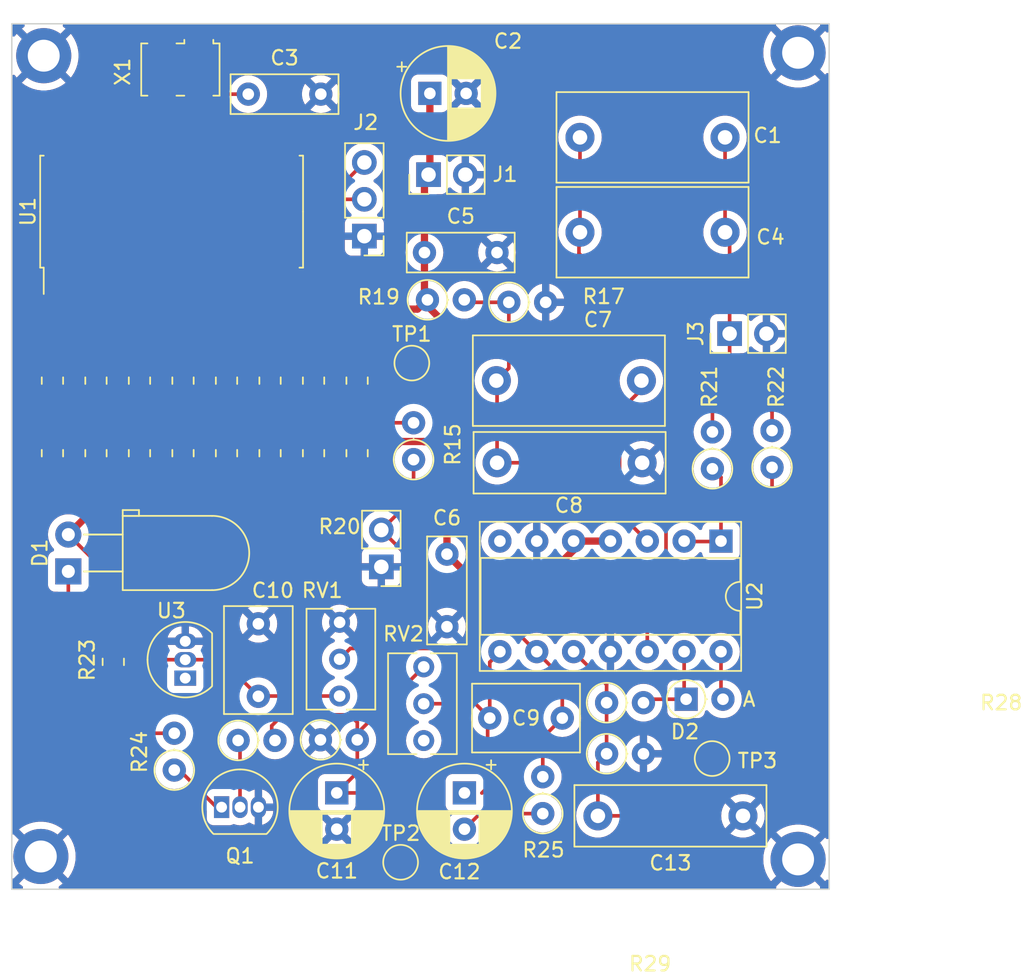
<source format=kicad_pcb>
(kicad_pcb (version 20221018) (generator pcbnew)
  (layers (0 "F.Cu" signal) (31 "B.Cu" signal) (34 "B.Paste" user) (35 "F.Paste" user) (36 "B.SilkS" user "B.Silkscreen") (37 "F.SilkS" user "F.Silkscreen") (38 "B.Mask" user) (39 "F.Mask" user) (44 "Edge.Cuts" user))
  (net 0 "")
  (net 1 "+3V0")
  (net 2 "GND")
  (net 3 "+1V2")
  (net 4 "Net-(D2-K)")
  (net 5 "Net-(D2-A)")
  (net 6 "Net-(J2-Pin_2)")
  (net 7 "Net-(J2-Pin_3)")
  (net 8 "/R-2R DAC/OUT")
  (net 9 "/R-2R DAC/BUS7")
  (net 10 "/R-2R DAC/BUS6")
  (net 11 "Net-(U2A-+)")
  (net 12 "/R-2R DAC/BUS5")
  (net 13 "Net-(R12-Pad2)")
  (net 14 "/R-2R DAC/BUS4")
  (net 15 "Net-(U2C--)")
  (net 16 "/R-2R DAC/BUS3")
  (net 17 "Net-(C12-Pad1)")
  (net 18 "/R-2R DAC/BUS2")
  (net 19 "Net-(C11-Pad1)")
  (net 20 "/R-2R DAC/BUS1")
  (net 21 "Net-(U2C-+)")
  (net 22 "/R-2R DAC/BUS0")
  (net 23 "Net-(R10-Pad2)")
  (net 24 "Net-(R1-Pad2)")
  (net 25 "Net-(R2-Pad1)")
  (net 26 "Net-(R3-Pad2)")
  (net 27 "Net-(R5-Pad1)")
  (net 28 "Net-(R12-Pad1)")
  (net 29 "Net-(U2A--)")
  (net 30 "Net-(U2D-+)")
  (net 38 "Net-(U1-PA0)")
  (net 42 "Net-(Q1-C)")
  (net 43 "Net-(Q1-B)")
  (net 46 "Net-(C12-Pad2)")
  (net 52 "/Filtr Wyjściowy/OUT")
  (net 53 "/Kontrola Amplitiudy/IN")
  (net 54 "/Filtr Wyjściowy/IN")
  (net 55 "/Kontrola Amplitiudy/OUT")
  (footprint "Resistor_THT:R_Axial_DIN0207_L6.3mm_D2.5mm_P2.54mm_Vertical" (layer "F.Cu") (at 126.695 106.245 90)
    (fp_text reference "R15" (at 1.045 2.705 90) (layer "F.SilkS"))
    (fp_text value "5k" hide)
    (pad "1" thru_hole circle (at 0 0 90) (size 1.6 1.6) (drill 0.8) (layers "*.Cu" "*.Mask") (net 54 "/Filtr Wyjściowy/IN"))
    (pad "2" thru_hole oval (at 2.54 0 90) (size 1.6 1.6) (drill 0.8) (layers "*.Cu" "*.Mask") (net 8 "/R-2R DAC/OUT"))
  )
  (footprint "Capacitor_THT:C_Rect_L7.2mm_W4.5mm_P5.00mm_FKS2_FKP2_MKS2_MKP2" (layer "F.Cu") (at 115.995 122.56 90)
    (fp_text reference "C10" (at 7.3 1 180) (layer "F.SilkS"))
    (fp_text value "1u")
    (pad "1" thru_hole circle (at 0 0 90) (size 1.6 1.6) (drill 0.8) (layers "*.Cu" "*.Mask") (net 3 "+1V2"))
    (pad "2" thru_hole circle (at 5 0 90) (size 1.6 1.6) (drill 0.8) (layers "*.Cu" "*.Mask") (net 2 "GND"))
  )
  (footprint "Connector_PinHeader_2.54mm:PinHeader_1x02_P2.54mm_Vertical" (layer "F.Cu") (at 127.725 86.6 90)
    (fp_text reference "J1" (at 0.02 5.275) (layer "F.SilkS"))
    (fp_text value "Zasilanie")
    (pad "1" thru_hole rect (at 0 0 90) (size 1.7 1.7) (drill 1) (layers "*.Cu" "*.Mask") (net 1 "+3V0"))
    (pad "2" thru_hole oval (at 0 2.54 90) (size 1.7 1.7) (drill 1) (layers "*.Cu" "*.Mask") (net 2 "GND"))
  )
  (footprint "Resistor_SMD:R_0805_2012Metric_Pad1.20x1.40mm_HandSolder" (layer "F.Cu") (at 119.8 100.8 -90)
    (fp_text reference "R18" hide)
    (fp_text value "2k")
    (pad "1" smd roundrect (at -1 0 270) (size 1.2 1.4) (layers "F.Cu" "F.Paste" "F.Mask") (roundrect_rratio 0.2083333333) (net 10 "/R-2R DAC/BUS6"))
    (pad "2" smd roundrect (at 1 0 270) (size 1.2 1.4) (layers "F.Cu" "F.Paste" "F.Mask") (roundrect_rratio 0.2083333333) (net 28 "Net-(R12-Pad1)"))
  )
  (footprint "Resistor_THT:R_Axial_DIN0207_L6.3mm_D2.5mm_P2.54mm_Vertical" (layer "F.Cu") (at 127.65 95.23)
    (fp_text reference "R19" (at -3.355 -0.2 180) (layer "F.SilkS"))
    (fp_text value "100k")
    (pad "1" thru_hole circle (at 0 0) (size 1.6 1.6) (drill 0.8) (layers "*.Cu" "*.Mask") (net 1 "+3V0"))
    (pad "2" thru_hole oval (at 2.54 0) (size 1.6 1.6) (drill 0.8) (layers "*.Cu" "*.Mask") (net 11 "Net-(U2A-+)"))
  )
  (footprint "Connector_PinHeader_2.54mm:PinHeader_1x02_P2.54mm_Vertical" (layer "F.Cu") (at 148.48 97.56 90)
    (fp_text reference "J3" (at 0 -2.33 90) (layer "F.SilkS"))
    (fp_text value "Wyjście")
    (pad "1" thru_hole rect (at 0 0 90) (size 1.7 1.7) (drill 1) (layers "*.Cu" "*.Mask") (net 53 "/Kontrola Amplitiudy/IN"))
    (pad "2" thru_hole oval (at 0 2.54 90) (size 1.7 1.7) (drill 1) (layers "*.Cu" "*.Mask") (net 2 "GND"))
  )
  (footprint "Resistor_THT:R_Axial_DIN0207_L6.3mm_D2.5mm_P2.54mm_Vertical" (layer "F.Cu") (at 114.6 125.6)
    (fp_text reference "R26" hide)
    (fp_text value "100")
    (pad "1" thru_hole circle (at 0 0) (size 1.6 1.6) (drill 0.8) (layers "*.Cu" "*.Mask") (net 43 "Net-(Q1-B)"))
    (pad "2" thru_hole oval (at 2.54 0) (size 1.6 1.6) (drill 0.8) (layers "*.Cu" "*.Mask") (net 19 "Net-(C11-Pad1)"))
  )
  (footprint "Connector_PinHeader_2.54mm:PinHeader_1x02_P2.54mm_Vertical" (layer "F.Cu") (at 124.47 113.635 180)
    (fp_text reference "R20" (at 2.875 2.775) (layer "F.SilkS"))
    (fp_text value "R_Photo" hide)
    (pad "1" thru_hole rect (at 0 0 180) (size 1.7 1.7) (drill 1) (layers "*.Cu" "*.Mask") (net 2 "GND"))
    (pad "2" thru_hole oval (at 0 2.54 180) (size 1.7 1.7) (drill 1) (layers "*.Cu" "*.Mask") (net 54 "/Filtr Wyjściowy/IN"))
  )
  (footprint "Resistor_SMD:R_0805_2012Metric_Pad1.20x1.40mm_HandSolder" (layer "F.Cu") (at 113.8 105.8 -90)
    (fp_text reference "R7" hide)
    (fp_text value "1k")
    (pad "1" smd roundrect (at -1 0 270) (size 1.2 1.4) (layers "F.Cu" "F.Paste" "F.Mask") (roundrect_rratio 0.2083333333) (net 23 "Net-(R10-Pad2)"))
    (pad "2" smd roundrect (at 1 0 270) (size 1.2 1.4) (layers "F.Cu" "F.Paste" "F.Mask") (roundrect_rratio 0.2083333333) (net 27 "Net-(R5-Pad1)"))
  )
  (footprint "Capacitor_THT:C_Rect_L7.2mm_W4.5mm_P5.00mm_FKS2_FKP2_MKS2_MKP2" (layer "F.Cu") (at 136.945 124.06 180)
    (fp_text reference "C9" (at 2.5 0) (layer "F.SilkS"))
    (fp_text value "1u")
    (pad "1" thru_hole circle (at 0 0 180) (size 1.6 1.6) (drill 0.8) (layers "*.Cu" "*.Mask") (net 15 "Net-(U2C--)"))
    (pad "2" thru_hole circle (at 5 0 180) (size 1.6 1.6) (drill 0.8) (layers "*.Cu" "*.Mask") (net 17 "Net-(C12-Pad1)"))
  )
  (footprint "Resistor_SMD:R_0805_2012Metric_Pad1.20x1.40mm_HandSolder" (layer "F.Cu") (at 110.8 100.8 -90)
    (fp_text reference "R9" hide)
    (fp_text value "2k")
    (pad "1" smd roundrect (at -1 0 270) (size 1.2 1.4) (layers "F.Cu" "F.Paste" "F.Mask") (roundrect_rratio 0.2083333333) (net 16 "/R-2R DAC/BUS3"))
    (pad "2" smd roundrect (at 1 0 270) (size 1.2 1.4) (layers "F.Cu" "F.Paste" "F.Mask") (roundrect_rratio 0.2083333333) (net 27 "Net-(R5-Pad1)"))
  )
  (footprint "Capacitor_THT:C_Rect_L13.0mm_W4.0mm_P10.00mm_FKS3_FKP3_MKS4" (layer "F.Cu") (at 149.4 130.8 180)
    (fp_text reference "C13" (at 5 -3.25) (layer "F.SilkS"))
    (fp_text value "10n")
    (pad "1" thru_hole circle (at 0 0 180) (size 2 2) (drill 1) (layers "*.Cu" "*.Mask") (net 2 "GND"))
    (pad "2" thru_hole circle (at 10 0 180) (size 2 2) (drill 1) (layers "*.Cu" "*.Mask") (net 21 "Net-(U2C-+)"))
  )
  (footprint "LED_THT:LED_D5.0mm_Horizontal_O3.81mm_Z3.0mm" (layer "F.Cu") (at 102.895 113.95 90)
    (fp_text reference "D1" (at 1.27 -1.96 90) (layer "F.SilkS"))
    (fp_text value "LED")
    (pad "1" thru_hole rect (at 0 0 90) (size 1.8 1.8) (drill 0.9) (layers "*.Cu" "*.Mask") (net 55 "/Kontrola Amplitiudy/OUT"))
    (pad "2" thru_hole circle (at 2.54 0 90) (size 1.8 1.8) (drill 0.9) (layers "*.Cu" "*.Mask") (net 1 "+3V0"))
  )
  (footprint "Resistor_SMD:R_0805_2012Metric_Pad1.20x1.40mm_HandSolder" (layer "F.Cu") (at 113.8 100.8 -90)
    (fp_text reference "R10" hide)
    (fp_text value "2k")
    (pad "1" smd roundrect (at -1 0 270) (size 1.2 1.4) (layers "F.Cu" "F.Paste" "F.Mask") (roundrect_rratio 0.2083333333) (net 14 "/R-2R DAC/BUS4"))
    (pad "2" smd roundrect (at 1 0 270) (size 1.2 1.4) (layers "F.Cu" "F.Paste" "F.Mask") (roundrect_rratio 0.2083333333) (net 23 "Net-(R10-Pad2)"))
  )
  (footprint "Resistor_THT:R_Axial_DIN0207_L6.3mm_D2.5mm_P2.54mm_Vertical" (layer "F.Cu") (at 110.2 127.645 90)
    (fp_text reference "R24" (at 1.245 -2.4 90) (layer "F.SilkS"))
    (fp_text value "100")
    (pad "1" thru_hole circle (at 0 0 90) (size 1.6 1.6) (drill 0.8) (layers "*.Cu" "*.Mask") (net 42 "Net-(Q1-C)"))
    (pad "2" thru_hole oval (at 2.54 0 90) (size 1.6 1.6) (drill 0.8) (layers "*.Cu" "*.Mask") (net 55 "/Kontrola Amplitiudy/OUT"))
  )
  (footprint "Resistor_THT:R_Axial_DIN0207_L6.3mm_D2.5mm_P2.54mm_Vertical" (layer "F.Cu") (at 135.6 130.645 90)
    (fp_text reference "R25" (at -2.505 0.05 180) (layer "F.SilkS"))
    (fp_text value "10k")
    (pad "1" thru_hole circle (at 0 0 90) (size 1.6 1.6) (drill 0.8) (layers "*.Cu" "*.Mask") (net 46 "Net-(C12-Pad2)"))
    (pad "2" thru_hole oval (at 2.54 0 90) (size 1.6 1.6) (drill 0.8) (layers "*.Cu" "*.Mask") (net 15 "Net-(U2C--)"))
  )
  (footprint "Resistor_SMD:R_0805_2012Metric_Pad1.20x1.40mm_HandSolder" (layer "F.Cu") (at 104.8 105.8 -90)
    (fp_text reference "R8" hide)
    (fp_text value "1k")
    (pad "1" smd roundrect (at -1 0 270) (size 1.2 1.4) (layers "F.Cu" "F.Paste" "F.Mask") (roundrect_rratio 0.2083333333) (net 24 "Net-(R1-Pad2)"))
    (pad "2" smd roundrect (at 1 0 270) (size 1.2 1.4) (layers "F.Cu" "F.Paste" "F.Mask") (roundrect_rratio 0.2083333333) (net 26 "Net-(R3-Pad2)"))
  )
  (footprint "Capacitor_THT:C_Rect_L13.0mm_W6.0mm_P10.00mm_FKS3_FKP3_MKS4" (layer "F.Cu") (at 142.4 100.8 180)
    (fp_text reference "C7" (at 3 4.2) (layer "F.SilkS"))
    (fp_text value "100n")
    (pad "1" thru_hole circle (at 0 0 180) (size 2 2) (drill 1) (layers "*.Cu" "*.Mask") (net 54 "/Filtr Wyjściowy/IN"))
    (pad "2" thru_hole circle (at 10 0 180) (size 2 2) (drill 1) (layers "*.Cu" "*.Mask") (net 11 "Net-(U2A-+)"))
  )
  (footprint "Resistor_SMD:R_0805_2012Metric_Pad1.20x1.40mm_HandSolder" (layer "F.Cu") (at 110.8 105.8 -90)
    (fp_text reference "R5" hide)
    (fp_text value "1k")
    (pad "1" smd roundrect (at -1 0 270) (size 1.2 1.4) (layers "F.Cu" "F.Paste" "F.Mask") (roundrect_rratio 0.2083333333) (net 27 "Net-(R5-Pad1)"))
    (pad "2" smd roundrect (at 1 0 270) (size 1.2 1.4) (layers "F.Cu" "F.Paste" "F.Mask") (roundrect_rratio 0.2083333333) (net 25 "Net-(R2-Pad1)"))
  )
  (footprint "MountingHole:MountingHole_2.2mm_M2_DIN965_Pad" (layer "F.Cu") (at 101 133.6)
    (fp_text reference "REF**" hide)
    (fp_text value "MountingHole_2.2mm_M2_DIN965_Pad" hide)
    (pad "1" thru_hole circle (at 0 0) (size 3.8 3.8) (drill 2.2) (layers "*.Cu" "*.Mask") (net 2 "GND"))
  )
  (footprint "Resistor_THT:R_Axial_DIN0207_L6.3mm_D2.5mm_P2.54mm_Vertical" (layer "F.Cu") (at 133.26 95.4)
    (fp_text reference "R17" (at 6.54 -0.4) (layer "F.SilkS"))
    (fp_text value "100k")
    (pad "1" thru_hole circle (at 0 0) (size 1.6 1.6) (drill 0.8) (layers "*.Cu" "*.Mask") (net 11 "Net-(U2A-+)"))
    (pad "2" thru_hole oval (at 2.54 0) (size 1.6 1.6) (drill 0.8) (layers "*.Cu" "*.Mask") (net 2 "GND"))
  )
  (footprint "Resistor_THT:R_Axial_DIN0207_L6.3mm_D2.5mm_P2.54mm_Vertical" (layer "F.Cu") (at 147.295 106.875 90)
    (fp_text reference "R21" (at 5.645 -0.2 90) (layer "F.SilkS"))
    (fp_text value "100")
    (pad "1" thru_hole circle (at 0 0 90) (size 1.6 1.6) (drill 0.8) (layers "*.Cu" "*.Mask") (net 29 "Net-(U2A--)"))
    (pad "2" thru_hole oval (at 2.54 0 90) (size 1.6 1.6) (drill 0.8) (layers "*.Cu" "*.Mask") (net 52 "/Filtr Wyjściowy/OUT"))
  )
  (footprint "Resistor_SMD:R_0805_2012Metric_Pad1.20x1.40mm_HandSolder" (layer "F.Cu") (at 105.995 120.185 -90)
    (fp_text reference "R23" (at -0.125 1.8 90) (layer "F.SilkS"))
    (fp_text value "1k")
    (pad "1" smd roundrect (at -1 0 270) (size 1.2 1.4) (layers "F.Cu" "F.Paste" "F.Mask") (roundrect_rratio 0.2083333333) (net 1 "+3V0"))
    (pad "2" smd roundrect (at 1 0 270) (size 1.2 1.4) (layers "F.Cu" "F.Paste" "F.Mask") (roundrect_rratio 0.2083333333) (net 3 "+1V2"))
  )
  (footprint "Resistor_SMD:R_0805_2012Metric_Pad1.20x1.40mm_HandSolder" (layer "F.Cu") (at 119.8 105.8 -90)
    (fp_text reference "R12" hide)
    (fp_text value "1k")
    (pad "1" smd roundrect (at -1 0 270) (size 1.2 1.4) (layers "F.Cu" "F.Paste" "F.Mask") (roundrect_rratio 0.2083333333) (net 28 "Net-(R12-Pad1)"))
    (pad "2" smd roundrect (at 1 0 270) (size 1.2 1.4) (layers "F.Cu" "F.Paste" "F.Mask") (roundrect_rratio 0.2083333333) (net 13 "Net-(R12-Pad2)"))
  )
  (footprint "Capacitor_THT:C_Rect_L13.0mm_W4.0mm_P10.00mm_FKS3_FKP3_MKS4" (layer "F.Cu") (at 142.45 106.46 180)
    (fp_text reference "C8" (at 5.05 -2.94) (layer "F.SilkS"))
    (fp_text value "10n")
    (pad "1" thru_hole circle (at 0 0 180) (size 2 2) (drill 1) (layers "*.Cu" "*.Mask") (net 2 "GND"))
    (pad "2" thru_hole circle (at 10 0 180) (size 2 2) (drill 1) (layers "*.Cu" "*.Mask") (net 11 "Net-(U2A-+)"))
  )
  (footprint "Resistor_SMD:R_0805_2012Metric_Pad1.20x1.40mm_HandSolder" (layer "F.Cu") (at 116.8 105.8 -90)
    (fp_text reference "R13" hide)
    (fp_text value "1k")
    (pad "1" smd roundrect (at -1 0 270) (size 1.2 1.4) (layers "F.Cu" "F.Paste" "F.Mask") (roundrect_rratio 0.2083333333) (net 13 "Net-(R12-Pad2)"))
    (pad "2" smd roundrect (at 1 0 270) (size 1.2 1.4) (layers "F.Cu" "F.Paste" "F.Mask") (roundrect_rratio 0.2083333333) (net 23 "Net-(R10-Pad2)"))
  )
  (footprint "Capacitor_THT:C_Rect_L7.2mm_W2.5mm_P5.00mm_FKS2_FKP2_MKS2_MKP2" (layer "F.Cu") (at 115.3 81.05)
    (fp_text reference "C3" (at 2.5 -2.5) (layer "F.SilkS"))
    (fp_text value "100n")
    (pad "1" thru_hole circle (at 0 0) (size 1.6 1.6) (drill 0.8) (layers "*.Cu" "*.Mask") (net 1 "+3V0"))
    (pad "2" thru_hole circle (at 5 0) (size 1.6 1.6) (drill 0.8) (layers "*.Cu" "*.Mask") (net 2 "GND"))
  )
  (footprint "Capacitor_THT:C_Rect_L13.0mm_W6.0mm_P10.00mm_FKS3_FKP3_MKS4" (layer "F.Cu") (at 138.165 90.57)
    (fp_text reference "C4" (at 13.13 0.33) (layer "F.SilkS"))
    (fp_text value "100n")
    (pad "1" thru_hole circle (at 0 0) (size 2 2) (drill 1) (layers "*.Cu" "*.Mask") (net 52 "/Filtr Wyjściowy/OUT"))
    (pad "2" thru_hole circle (at 10 0) (size 2 2) (drill 1) (layers "*.Cu" "*.Mask") (net 53 "/Kontrola Amplitiudy/IN"))
  )
  (footprint "Connector_PinHeader_2.54mm:PinHeader_1x03_P2.54mm_Vertical" (layer "F.Cu") (at 123.3 90.84 180)
    (fp_text reference "J2" (at -0.1 7.84) (layer "F.SilkS"))
    (fp_text value "PROG")
    (pad "1" thru_hole rect (at 0 0 180) (size 1.7 1.7) (drill 1) (layers "*.Cu" "*.Mask") (net 2 "GND"))
    (pad "2" thru_hole oval (at 0 2.54 180) (size 1.7 1.7) (drill 1) (layers "*.Cu" "*.Mask") (net 6 "Net-(J2-Pin_2)"))
    (pad "3" thru_hole oval (at 0 5.08 180) (size 1.7 1.7) (drill 1) (layers "*.Cu" "*.Mask") (net 7 "Net-(J2-Pin_3)"))
  )
  (footprint "Potentiometer_THT:Potentiometer_Bourns_3266Y_Vertical" (layer "F.Cu") (at 127.395 125.61 -90)
    (fp_text reference "RV2" (at -7.35 1.4 -180) (layer "F.SilkS"))
    (fp_text value "10k")
    (pad "1" thru_hole circle (at 0 0 270) (size 1.44 1.44) (drill 0.8) (layers "*.Cu" "*.Mask"))
    (pad "2" thru_hole circle (at -2.54 0 270) (size 1.44 1.44) (drill 0.8) (layers "*.Cu" "*.Mask") (net 17 "Net-(C12-Pad1)"))
    (pad "3" thru_hole circle (at -5.08 0 270) (size 1.44 1.44) (drill 0.8) (layers "*.Cu" "*.Mask") (net 19 "Net-(C11-Pad1)"))
  )
  (footprint "TestPoint:TestPoint_Pad_D2.0mm" (layer "F.Cu") (at 147.275 126.85)
    (fp_text reference "TP3" (at 3.125 0.15) (layer "F.SilkS"))
    (fp_text value "TestPoint")
    (pad "1" smd circle (at 0 0) (size 2 2) (layers "F.Cu" "F.Mask") (net 21 "Net-(U2C-+)"))
  )
  (footprint "Resistor_SMD:R_0805_2012Metric_Pad1.20x1.40mm_HandSolder" (layer "F.Cu") (at 122.8 105.8 -90)
    (fp_text reference "R14" hide)
    (fp_text value "1k")
    (pad "1" smd roundrect (at -1 0 270) (size 1.2 1.4) (layers "F.Cu" "F.Paste" "F.Mask") (roundrect_rratio 0.2083333333) (net 8 "/R-2R DAC/OUT"))
    (pad "2" smd roundrect (at 1 0 270) (size 1.2 1.4) (layers "F.Cu" "F.Paste" "F.Mask") (roundrect_rratio 0.2083333333) (net 28 "Net-(R12-Pad1)"))
  )
  (footprint "" (layer "F.Cu") (at 101.2 78.4)
    (fp_text reference "" (at 0 0) (layer "F.SilkS") (effects (font (size 1.27 1.27))))
    (fp_text value "" (at 0 0) (layer "F.SilkS") (effects (font (size 1.27 1.27))))
    (pad "1" thru_hole circle (at 0 0) (size 3.8 3.8) (drill 2.2) (layers "*.Cu" "*.Mask") (net 2 "GND"))
  )
  (footprint "Resistor_SMD:R_0805_2012Metric_Pad1.20x1.40mm_HandSolder" (layer "F.Cu") (at 122.8 100.8 -90)
    (fp_text reference "R11" hide)
    (fp_text value "2k")
    (pad "1" smd roundrect (at -1 0 270) (size 1.2 1.4) (layers "F.Cu" "F.Paste" "F.Mask") (roundrect_rratio 0.2083333333) (net 9 "/R-2R DAC/BUS7"))
    (pad "2" smd roundrect (at 1 0 270) (size 1.2 1.4) (layers "F.Cu" "F.Paste" "F.Mask") (roundrect_rratio 0.2083333333) (net 8 "/R-2R DAC/OUT"))
  )
  (footprint "Resistor_THT:R_Axial_DIN0207_L6.3mm_D2.5mm_P2.54mm_Vertical" (layer "F.Cu") (at 120.275 125.56)
    (fp_text reference "R27" hide)
    (fp_text value "1M")
    (pad "1" thru_hole circle (at 0 0) (size 1.6 1.6) (drill 0.8) (layers "*.Cu" "*.Mask") (net 2 "GND"))
    (pad "2" thru_hole oval (at 2.54 0) (size 1.6 1.6) (drill 0.8) (layers "*.Cu" "*.Mask") (net 19 "Net-(C11-Pad1)"))
  )
  (footprint "Resistor_SMD:R_0805_2012Metric_Pad1.20x1.40mm_HandSolder" (layer "F.Cu") (at 107.8 100.8 -90)
    (fp_text reference "R6" hide)
    (fp_text value "2k")
    (pad "1" smd roundrect (at -1 0 270) (size 1.2 1.4) (layers "F.Cu" "F.Paste" "F.Mask") (roundrect_rratio 0.2083333333) (net 18 "/R-2R DAC/BUS2"))
    (pad "2" smd roundrect (at 1 0 270) (size 1.2 1.4) (layers "F.Cu" "F.Paste" "F.Mask") (roundrect_rratio 0.2083333333) (net 25 "Net-(R2-Pad1)"))
  )
  (footprint "Resistor_SMD:R_0805_2012Metric_Pad1.20x1.40mm_HandSolder" (layer "F.Cu") (at 116.8 100.8 -90)
    (fp_text reference "R16" hide)
    (fp_text value "2k")
    (pad "1" smd roundrect (at -1 0 270) (size 1.2 1.4) (layers "F.Cu" "F.Paste" "F.Mask") (roundrect_rratio 0.2083333333) (net 12 "/R-2R DAC/BUS5"))
    (pad "2" smd roundrect (at 1 0 270) (size 1.2 1.4) (layers "F.Cu" "F.Paste" "F.Mask") (roundrect_rratio 0.2083333333) (net 13 "Net-(R12-Pad2)"))
  )
  (footprint "Resistor_SMD:R_0805_2012Metric_Pad1.20x1.40mm_HandSolder" (layer "F.Cu") (at 101.8 105.8 -90)
    (fp_text reference "R4" hide)
    (fp_text value "2k")
    (pad "1" smd roundrect (at -1 0 270) (size 1.2 1.4) (layers "F.Cu" "F.Paste" "F.Mask") (roundrect_rratio 0.2083333333) (net 26 "Net-(R3-Pad2)"))
    (pad "2" smd roundrect (at 1 0 270) (size 1.2 1.4) (layers "F.Cu" "F.Paste" "F.Mask") (roundrect_rratio 0.2083333333) (net 2 "GND"))
  )
  (footprint "Resistor_SMD:R_0805_2012Metric_Pad1.20x1.40mm_HandSolder" (layer "F.Cu") (at 101.8 100.8 -90)
    (fp_text reference "R3" hide)
    (fp_text value "2k")
    (pad "1" smd roundrect (at -1 0 270) (size 1.2 1.4) (layers "F.Cu" "F.Paste" "F.Mask") (roundrect_rratio 0.2083333333) (net 22 "/R-2R DAC/BUS0"))
    (pad "2" smd roundrect (at 1 0 270) (size 1.2 1.4) (layers "F.Cu" "F.Paste" "F.Mask") (roundrect_rratio 0.2083333333) (net 26 "Net-(R3-Pad2)"))
  )
  (footprint "Capacitor_THT:CP_Radial_D6.3mm_P2.50mm" (layer "F.Cu") (at 130.2 129.217621 -90)
    (fp_text reference "C12" (at 5.432379 0.35 -180) (layer "F.SilkS"))
    (fp_text value "22u")
    (pad "1" thru_hole rect (at 0 0 270) (size 1.6 1.6) (drill 0.8) (layers "*.Cu" "*.Mask") (net 17 "Net-(C12-Pad1)"))
    (pad "2" thru_hole circle (at 2.5 0 270) (size 1.6 1.6) (drill 0.8) (layers "*.Cu" "*.Mask") (net 46 "Net-(C12-Pad2)"))
  )
  (footprint "Capacitor_THT:C_Rect_L7.2mm_W2.5mm_P5.00mm_FKS2_FKP2_MKS2_MKP2" (layer "F.Cu") (at 127.445 91.97)
    (fp_text reference "C5" (at 2.5 -2.5) (layer "F.SilkS"))
    (fp_text value "100n")
    (pad "1" thru_hole circle (at 0 0) (size 1.6 1.6) (drill 0.8) (layers "*.Cu" "*.Mask") (net 1 "+3V0"))
    (pad "2" thru_hole circle (at 5 0) (size 1.6 1.6) (drill 0.8) (layers "*.Cu" "*.Mask") (net 2 "GND"))
  )
  (footprint "Package_SO:SOIC-28W_7.5x17.9mm_P1.27mm" (layer "F.Cu") (at 110.015 89.15 90)
    (fp_text reference "U1" (at 0 -9.9 90) (layer "F.SilkS"))
    (fp_text value "AVR32DA28x-xSO")
    (pad "1" smd roundrect (at -4.65 -8.255 90) (size 2.05 0.6) (layers "F.Cu" "F.Paste" "F.Mask"))
    (pad "2" smd roundrect (at -4.65 -6.985 90) (size 2.05 0.6) (layers "F.Cu" "F.Paste" "F.Mask"))
    (pad "3" smd roundrect (at -4.65 -5.715 90) (size 2.05 0.6) (layers "F.Cu" "F.Paste" "F.Mask"))
    (pad "4" smd roundrect (at -4.65 -4.445 90) (size 2.05 0.6) (layers "F.Cu" "F.Paste" "F.Mask"))
    (pad "5" smd roundrect (at -4.65 -3.175 90) (size 2.05 0.6) (layers "F.Cu" "F.Paste" "F.Mask"))
    (pad "6" smd roundrect (at -4.65 -1.905 90) (size 2.05 0.6) (layers "F.Cu" "F.Paste" "F.Mask") (net 22 "/R-2R DAC/BUS0"))
    (pad "7" smd roundrect (at -4.65 -0.635 90) (size 2.05 0.6) (layers "F.Cu" "F.Paste" "F.Mask") (net 20 "/R-2R DAC/BUS1"))
    (pad "8" smd roundrect (at -4.65 0.635 90) (size 2.05 0.6) (layers "F.Cu" "F.Paste" "F.Mask") (net 18 "/R-2R DAC/BUS2"))
    (pad "9" smd roundrect (at -4.65 1.905 90) (size 2.05 0.6) (layers "F.Cu" "F.Paste" "F.Mask") (net 16 "/R-2R DAC/BUS3"))
    (pad "10" smd roundrect (at -4.65 3.175 90) (size 2.05 0.6) (layers "F.Cu" "F.Paste" "F.Mask") (net 14 "/R-2R DAC/BUS4"))
    (pad "11" smd roundrect (at -4.65 4.445 90) (size 2.05 0.6) (layers "F.Cu" "F.Paste" "F.Mask") (net 12 "/R-2R DAC/BUS5"))
    (pad "12" smd roundrect (at -4.65 5.715 90) (size 2.05 0.6) (layers "F.Cu" "F.Paste" "F.Mask") (net 10 "/R-2R DAC/BUS6"))
    (pad "13" smd roundrect (at -4.65 6.985 90) (size 2.05 0.6) (layers "F.Cu" "F.Paste" "F.Mask") (net 9 "/R-2R DAC/BUS7"))
    (pad "14" smd roundrect (at -4.65 8.255 90) (size 2.05 0.6) (layers "F.Cu" "F.Paste" "F.Mask") (net 1 "+3V0"))
    (pad "15" smd roundrect (at 4.65 8.255 90) (size 2.05 0.6) (layers "F.Cu" "F.Paste" "F.Mask") (net 2 "GND"))
    (pad "16" smd roundrect (at 4.65 6.985 90) (size 2.05 0.6) (layers "F.Cu" "F.Paste" "F.Mask"))
    (pad "17" smd roundrect (at 4.65 5.715 90) (size 2.05 0.6) (layers "F.Cu" "F.Paste" "F.Mask"))
    (pad "18" smd roundrect (at 4.65 4.445 90) (size 2.05 0.6) (layers "F.Cu" "F.Paste" "F.Mask") (net 7 "Net-(J2-Pin_3)"))
    (pad "19" smd roundrect (at 4.65 3.175 90) (size 2.05 0.6) (layers "F.Cu" "F.Paste" "F.Mask") (net 6 "Net-(J2-Pin_2)"))
    (pad "20" smd roundrect (at 4.65 1.905 90) (size 2.05 0.6) (layers "F.Cu" "F.Paste" "F.Mask") (net 1 "+3V0"))
    (pad "21" smd roundrect (at 4.65 0.635 90) (size 2.05 0.6) (layers "F.Cu" "F.Paste" "F.Mask") (net 2 "GND"))
    (pad "22" smd roundrect (at 4.65 -0.635 90) (size 2.05 0.6) (layers "F.Cu" "F.Paste" "F.Mask") (net 38 "Net-(U1-PA0)"))
    (pad "23" smd roundrect (at 4.65 -1.905 90) (size 2.05 0.6) (layers "F.Cu" "F.Paste" "F.Mask"))
    (pad "24" smd roundrect (at 4.65 -3.175 90) (size 2.05 0.6) (layers "F.Cu" "F.Paste" "F.Mask"))
    (pad "25" smd roundrect (at 4.65 -4.445 90) (size 2.05 0.6) (layers "F.Cu" "F.Paste" "F.Mask"))
    (pad "26" smd roundrect (at 4.65 -5.715 90) (size 2.05 0.6) (layers "F.Cu" "F.Paste" "F.Mask"))
    (pad "27" smd roundrect (at 4.65 -6.985 90) (size 2.05 0.6) (layers "F.Cu" "F.Paste" "F.Mask"))
    (pad "28" smd roundrect (at 4.65 -8.255 90) (size 2.05 0.6) (layers "F.Cu" "F.Paste" "F.Mask"))
  )
  (footprint "Package_DIP:DIP-14_W7.62mm_Socket" (layer "F.Cu") (at 147.885 111.86 -90)
    (fp_text reference "U2" (at 3.81 -2.33 90) (layer "F.SilkS"))
    (fp_text value "MCP6004")
    (pad "1" thru_hole rect (at 0 0 270) (size 1.6 1.6) (drill 0.8) (layers "*.Cu" "*.Mask") (net 29 "Net-(U2A--)"))
    (pad "2" thru_hole oval (at 0 2.54 270) (size 1.6 1.6) (drill 0.8) (layers "*.Cu" "*.Mask") (net 29 "Net-(U2A--)"))
    (pad "3" thru_hole oval (at 0 5.08 270) (size 1.6 1.6) (drill 0.8) (layers "*.Cu" "*.Mask") (net 11 "Net-(U2A-+)"))
    (pad "4" thru_hole oval (at 0 7.62 270) (size 1.6 1.6) (drill 0.8) (layers "*.Cu" "*.Mask") (net 1 "+3V0"))
    (pad "5" thru_hole oval (at 0 10.16 270) (size 1.6 1.6) (drill 0.8) (layers "*.Cu" "*.Mask") (net 1 "+3V0"))
    (pad "6" thru_hole oval (at 0 12.7 270) (size 1.6 1.6) (drill 0.8) (layers "*.Cu" "*.Mask") (net 2 "GND"))
    (pad "7" thru_hole oval (at 0 15.24 270) (size 1.6 1.6) (drill 0.8) (layers "*.Cu" "*.Mask"))
    (pad "8" thru_hole oval (at 7.62 15.24 270) (size 1.6 1.6) (drill 0.8) (layers "*.Cu" "*.Mask") (net 17 "Net-(C12-Pad1)"))
    (pad "9" thru_hole oval (at 7.62 12.7 270) (size 1.6 1.6) (drill 0.8) (layers "*.Cu" "*.Mask") (net 15 "Net-(U2C--)"))
    (pad "10" thru_hole oval (at 7.62 10.16 270) (size 1.6 1.6) (drill 0.8) (layers "*.Cu" "*.Mask") (net 21 "Net-(U2C-+)"))
    (pad "11" thru_hole oval (at 7.62 7.62 270) (size 1.6 1.6) (drill 0.8) (layers "*.Cu" "*.Mask") (net 2 "GND"))
    (pad "12" thru_hole oval (at 7.62 5.08 270) (size 1.6 1.6) (drill 0.8) (layers "*.Cu" "*.Mask") (net 30 "Net-(U2D-+)"))
    (pad "13" thru_hole oval (at 7.62 2.54 270) (size 1.6 1.6) (drill 0.8) (layers "*.Cu" "*.Mask") (net 4 "Net-(D2-K)"))
    (pad "14" thru_hole oval (at 7.62 0 270) (size 1.6 1.6) (drill 0.8) (layers "*.Cu" "*.Mask") (net 5 "Net-(D2-A)"))
  )
  (footprint "Resistor_SMD:R_0805_2012Metric_Pad1.20x1.40mm_HandSolder" (layer "F.Cu") (at 107.8 105.8 -90)
    (fp_text reference "R2" hide)
    (fp_text value "1k")
    (pad "1" smd roundrect (at -1 0 270) (size 1.2 1.4) (layers "F.Cu" "F.Paste" "F.Mask") (roundrect_rratio 0.2083333333) (net 25 "Net-(R2-Pad1)"))
    (pad "2" smd roundrect (at 1 0 270) (size 1.2 1.4) (layers "F.Cu" "F.Paste" "F.Mask") (roundrect_rratio 0.2083333333) (net 24 "Net-(R1-Pad2)"))
  )
  (footprint "" (layer "F.Cu") (at 153.2 78.2)
    (fp_text reference "" (at 0 0) (layer "F.SilkS") (effects (font (size 1.27 1.27))))
    (fp_text value "" (at 0 0) (layer "F.SilkS") (effects (font (size 1.27 1.27))))
    (pad "1" thru_hole circle (at 0 0) (size 3.8 3.8) (drill 2.2) (layers "*.Cu" "*.Mask") (net 2 "GND"))
  )
  (footprint "TestPoint:TestPoint_Pad_D2.0mm" (layer "F.Cu") (at 126.575 99.59)
    (fp_text reference "TP1" (at 0 -1.998) (layer "F.SilkS"))
    (fp_text value "TestPoint")
    (pad "1" smd circle (at 0 0) (size 2 2) (layers "F.Cu" "F.Mask") (net 8 "/R-2R DAC/OUT"))
  )
  (footprint "Resistor_THT:R_Axial_DIN0207_L6.3mm_D2.5mm_P2.54mm_Vertical" (layer "F.Cu") (at 140 123)
    (fp_text reference "R28" (at 27.2 0) (layer "F.SilkS"))
    (fp_text value "100")
    (pad "1" thru_hole circle (at 0 0) (size 1.6 1.6) (drill 0.8) (layers "*.Cu" "*.Mask") (net 21 "Net-(U2C-+)"))
    (pad "2" thru_hole oval (at 2.54 0) (size 1.6 1.6) (drill 0.8) (layers "*.Cu" "*.Mask") (net 4 "Net-(D2-K)"))
  )
  (footprint "Capacitor_THT:CP_Radial_D6.3mm_P2.50mm" (layer "F.Cu") (at 121.4 129.217621 -90)
    (fp_text reference "C11" (at 5.38238 0 -180) (layer "F.SilkS"))
    (fp_text value "100u")
    (pad "1" thru_hole rect (at 0 0 270) (size 1.6 1.6) (drill 0.8) (layers "*.Cu" "*.Mask") (net 19 "Net-(C11-Pad1)"))
    (pad "2" thru_hole circle (at 2.5 0 270) (size 1.6 1.6) (drill 0.8) (layers "*.Cu" "*.Mask") (net 2 "GND"))
  )
  (footprint "" (layer "F.Cu") (at 153.2 133.8)
    (fp_text reference "" (at 0 0) (layer "F.SilkS") (effects (font (size 1.27 1.27))))
    (fp_text value "" (at 0 0) (layer "F.SilkS") (effects (font (size 1.27 1.27))))
    (pad "1" thru_hole circle (at 0 0) (size 3.8 3.8) (drill 2.2) (layers "*.Cu" "*.Mask") (net 2 "GND"))
  )
  (footprint "Resistor_SMD:R_0805_2012Metric_Pad1.20x1.40mm_HandSolder" (layer "F.Cu") (at 104.8 100.8 -90)
    (fp_text reference "R1" hide)
    (fp_text value "2k")
    (pad "1" smd roundrect (at -1 0 270) (size 1.2 1.4) (layers "F.Cu" "F.Paste" "F.Mask") (roundrect_rratio 0.2083333333) (net 20 "/R-2R DAC/BUS1"))
    (pad "2" smd roundrect (at 1 0 270) (size 1.2 1.4) (layers "F.Cu" "F.Paste" "F.Mask") (roundrect_rratio 0.2083333333) (net 24 "Net-(R1-Pad2)"))
  )
  (footprint "Capacitor_THT:CP_Radial_D6.3mm_P2.50mm" (layer "F.Cu") (at 127.81762 81)
    (fp_text reference "C2" (at 5.38238 -3.6) (layer "F.SilkS"))
    (fp_text value "100u")
    (pad "1" thru_hole rect (at 0 0) (size 1.6 1.6) (drill 0.8) (layers "*.Cu" "*.Mask") (net 1 "+3V0"))
    (pad "2" thru_hole circle (at 2.5 0) (size 1.6 1.6) (drill 0.8) (layers "*.Cu" "*.Mask") (net 2 "GND"))
  )
  (footprint "TestPoint:TestPoint_Pad_D2.0mm" (layer "F.Cu") (at 125.8 134)
    (fp_text reference "TP2" (at 0 -1.998) (layer "F.SilkS"))
    (fp_text value "TestPoint" hide)
    (pad "1" smd circle (at 0 0) (size 2 2) (layers "F.Cu" "F.Mask") (net 19 "Net-(C11-Pad1)"))
  )
  (footprint "Oscillator:Oscillator_SMD_SeikoEpson_SG8002LB-4Pin_5.0x3.2mm" (layer "F.Cu") (at 110.62 79.355 180)
    (fp_text reference "X1" (at 3.98 -0.15 90) (layer "F.SilkS"))
    (fp_text value "SG-5032CAN" hide)
    (pad "1" smd rect (at -1.27 1.1 180) (size 1.6 1.5) (layers "F.Cu" "F.Paste" "F.Mask"))
    (pad "2" smd rect (at 1.27 1.1 180) (size 1.6 1.5) (layers "F.Cu" "F.Paste" "F.Mask") (net 2 "GND"))
    (pad "3" smd rect (at 1.27 -1.1 180) (size 1.6 1.5) (layers "F.Cu" "F.Paste" "F.Mask") (net 38 "Net-(U1-PA0)"))
    (pad "4" smd rect (at -1.27 -1.1 180) (size 1.6 1.5) (layers "F.Cu" "F.Paste" "F.Mask") (net 1 "+3V0"))
  )
  (footprint "Capacitor_THT:C_Rect_L7.2mm_W2.5mm_P5.00mm_FKS2_FKP2_MKS2_MKP2" (layer "F.Cu") (at 128.995 112.76 -90)
    (fp_text reference "C6" (at -2.5 0 -180) (layer "F.SilkS"))
    (fp_text value "100n")
    (pad "1" thru_hole circle (at 0 0 270) (size 1.6 1.6) (drill 0.8) (layers "*.Cu" "*.Mask") (net 1 "+3V0"))
    (pad "2" thru_hole circle (at 5 0 270) (size 1.6 1.6) (drill 0.8) (layers "*.Cu" "*.Mask") (net 2 "GND"))
  )
  (footprint "Diode_THT:D_DO-35_SOD27_P2.54mm_Vertical_AnodeUp" (layer "F.Cu") (at 145.480686 122.76)
    (fp_text reference "D2" (at -0.080686 2.24) (layer "F.SilkS"))
    (fp_text value "1N6263")
    (fp_text user "A" (at 4.34 0) (layer "F.SilkS"))
    (pad "1" thru_hole rect (at 0 0) (size 1.6 1.6) (drill 0.8) (layers "*.Cu" "*.Mask") (net 4 "Net-(D2-K)"))
    (pad "2" thru_hole oval (at 2.54 0) (size 1.6 1.6) (drill 0.8) (layers "*.Cu" "*.Mask") (net 5 "Net-(D2-A)"))
  )
  (footprint "Resistor_THT:R_Axial_DIN0207_L6.3mm_D2.5mm_P2.54mm_Vertical" (layer "F.Cu") (at 140 126.52)
    (fp_text reference "R29" (at 3 14.48) (layer "F.SilkS"))
    (fp_text value "1M")
    (pad "1" thru_hole circle (at 0 0) (size 1.6 1.6) (drill 0.8) (layers "*.Cu" "*.Mask") (net 21 "Net-(U2C-+)"))
    (pad "2" thru_hole oval (at 2.54 0) (size 1.6 1.6) (drill 0.8) (layers "*.Cu" "*.Mask") (net 2 "GND"))
  )
  (footprint "Resistor_THT:R_Axial_DIN0207_L6.3mm_D2.5mm_P2.54mm_Vertical" (layer "F.Cu") (at 151.405 106.78 90)
    (fp_text reference "R22" (at 5.55 0.29 90) (layer "F.SilkS"))
    (fp_text value "1M")
    (pad "1" thru_hole circle (at 0 0 90) (size 1.6 1.6) (drill 0.8) (layers "*.Cu" "*.Mask") (net 30 "Net-(U2D-+)"))
    (pad "2" thru_hole oval (at 2.54 0 90) (size 1.6 1.6) (drill 0.8) (layers "*.Cu" "*.Mask") (net 53 "/Kontrola Amplitiudy/IN"))
  )
  (footprint "Package_TO_SOT_THT:TO-92_Inline" (layer "F.Cu") (at 113.46 130.2)
    (fp_text reference "Q1" (at 1.27 3.365) (layer "F.SilkS"))
    (fp_text value "BC547")
    (pad "1" thru_hole rect (at 0 0) (size 1.05 1.5) (drill 0.75) (layers "*.Cu" "*.Mask") (net 42 "Net-(Q1-C)"))
    (pad "2" thru_hole oval (at 1.27 0) (size 1.05 1.5) (drill 0.75) (layers "*.Cu" "*.Mask") (net 43 "Net-(Q1-B)"))
    (pad "3" thru_hole oval (at 2.54 0) (size 1.05 1.5) (drill 0.75) (layers "*.Cu" "*.Mask") (net 2 "GND"))
  )
  (footprint "Potentiometer_THT:Potentiometer_Bourns_3266Y_Vertical" (layer "F.Cu") (at 121.595 117.46 90)
    (fp_text reference "RV1" (at 2.2 -1.2 180) (layer "F.SilkS"))
    (fp_text value "10k")
    (pad "1" thru_hole circle (at 0 0 90) (size 1.44 1.44) (drill 0.8) (layers "*.Cu" "*.Mask") (net 2 "GND"))
    (pad "2" thru_hole circle (at -2.54 0 90) (size 1.44 1.44) (drill 0.8) (layers "*.Cu" "*.Mask") (net 15 "Net-(U2C--)"))
    (pad "3" thru_hole circle (at -5.08 0 90) (size 1.44 1.44) (drill 0.8) (layers "*.Cu" "*.Mask") (net 3 "+1V2"))
  )
  (footprint "Package_TO_SOT_THT:TO-92_Inline" (layer "F.Cu") (at 110.955 121.305 90)
    (fp_text reference "U3" (at 4.645 -0.96 180) (layer "F.SilkS"))
    (fp_text value "LM4041L")
    (pad "1" thru_hole rect (at 0 0 90) (size 1.05 1.5) (drill 0.75) (layers "*.Cu" "*.Mask"))
    (pad "2" thru_hole oval (at 1.27 0 90) (size 1.05 1.5) (drill 0.75) (layers "*.Cu" "*.Mask") (net 3 "+1V2"))
    (pad "3" thru_hole oval (at 2.54 0 90) (size 1.05 1.5) (drill 0.75) (layers "*.Cu" "*.Mask") (net 2 "GND"))
  )
  (footprint "Capacitor_THT:C_Rect_L13.0mm_W6.0mm_P10.00mm_FKS3_FKP3_MKS4" (layer "F.Cu") (at 138.165 84.03)
    (fp_text reference "C1" (at 12.93 -0.13) (layer "F.SilkS"))
    (fp_text value "100n")
    (pad "1" thru_hole circle (at 0 0) (size 2 2) (drill 1) (layers "*.Cu" "*.Mask") (net 52 "/Filtr Wyjściowy/OUT"))
    (pad "2" thru_hole circle (at 10 0) (size 2 2) (drill 1) (layers "*.Cu" "*.Mask") (net 53 "/Kontrola Amplitiudy/IN"))
  )
  (gr_rect (start 99 76.2) (end 155.34 135.86) (stroke (width 0.1)) (fill none) (layer "Edge.Cuts"))
  (segment (start 118.27 94.285) (end 119.855 95.87) (width 0.5) (layer "F.Cu") (net 1))
  (segment (start 105.995 114.51) (end 102.895 111.41) (width 0.25) (layer "F.Cu") (net 1))
  (segment (start 111.92 86.055) (end 118.27 92.405) (width 0.5) (layer "F.Cu") (net 1))
  (segment (start 118.27 92.405) (end 118.27 93.8) (width 0.5) (layer "F.Cu") (net 1))
  (segment (start 127.4 104.995) (end 125.805 104.995) (width 0.5) (layer "F.Cu") (net 1))
  (segment (start 127.415 105.01) (end 127.4 104.995) (width 0.5) (layer "F.Cu") (net 1))
  (segment (start 127.445 91.97) (end 127.445 86.88) (width 0.5) (layer "F.Cu") (net 1))
  (segment (start 105.675 108.63) (end 102.895 111.41) (width 0.5) (layer "F.Cu") (net 1))
  (segment (start 124.695 107.83) (end 123.895 108.63) (width 0.5) (layer "F.Cu") (net 1))
  (segment (start 123.895 108.63) (end 105.675 108.63) (width 0.5) (layer "F.Cu") (net 1))
  (segment (start 130.235 114) (end 128.995 112.76) (width 0.5) (layer "F.Cu") (net 1))
  (segment (start 128.995 105.63) (end 128.375 105.01) (width 0.5) (layer "F.Cu") (net 1))
  (segment (start 124.695 106.105) (end 124.695 107.83) (width 0.5) (layer "F.Cu") (net 1))
  (segment (start 112.485 81.05) (end 111.89 80.455) (width 0.25) (layer "F.Cu") (net 1))
  (segment (start 127.445 95.39) (end 127.445 91.97) (width 0.5) (layer "F.Cu") (net 1))
  (segment (start 127.65 95.23) (end 127.65 95.65) (width 0.5) (layer "F.Cu") (net 1))
  (segment (start 111.92 84.5) (end 111.92 86.055) (width 0.5) (layer "F.Cu") (net 1))
  (segment (start 128.995 96.995) (end 128.995 105.63) (width 0.5) (layer "F.Cu") (net 1))
  (segment (start 137.725 112.475) (end 136.2 114) (width 0.5) (layer "F.Cu") (net 1))
  (segment (start 125.805 104.995) (end 124.695 106.105) (width 0.5) (layer "F.Cu") (net 1))
  (segment (start 127.81762 86.50738) (end 127.725 86.6) (width 0.5) (layer "F.Cu") (net 1))
  (segment (start 118.27 93.8) (end 118.27 94.285) (width 0.5) (layer "F.Cu") (net 1))
  (segment (start 126.965 95.87) (end 127.445 95.39) (width 0.5) (layer "F.Cu") (net 1))
  (segment (start 128.995 105.63) (end 128.995 112.76) (width 0.5) (layer "F.Cu") (net 1))
  (segment (start 140.265 111.86) (end 137.725 111.86) (width 0.5) (layer "F.Cu") (net 1))
  (segment (start 105.995 119.185) (end 105.995 114.51) (width 0.25) (layer "F.Cu") (net 1))
  (segment (start 137.725 111.86) (end 137.725 112.475) (width 0.5) (layer "F.Cu") (net 1))
  (segment (start 127.445 86.88) (end 127.725 86.6) (width 0.5) (layer "F.Cu") (net 1))
  (segment (start 119.855 95.87) (end 126.965 95.87) (width 0.5) (layer "F.Cu") (net 1))
  (segment (start 127.81762 81) (end 127.81762 86.50738) (width 0.5) (layer "F.Cu") (net 1))
  (segment (start 111.89 80.455) (end 111.89 84.47) (width 0.5) (layer "F.Cu") (net 1))
  (segment (start 127.65 95.65) (end 128.995 96.995) (width 0.5) (layer "F.Cu") (net 1))
  (segment (start 128.375 105.01) (end 127.415 105.01) (width 0.5) (layer "F.Cu") (net 1))
  (segment (start 115.3 81.05) (end 112.485 81.05) (width 0.25) (layer "F.Cu") (net 1))
  (segment (start 136.2 114) (end 130.235 114) (width 0.5) (layer "F.Cu") (net 1))
  (segment (start 111.89 84.47) (end 111.92 84.5) (width 0.5) (layer "F.Cu") (net 1))
  (segment (start 109.52 78.255) (end 110.62 79.355) (width 0.25) (layer "F.Cu") (net 2))
  (segment (start 110.62 79.355) (end 114.1925 79.355) (width 0.25) (layer "F.Cu") (net 2))
  (segment (start 110.53 84.38) (end 110.65 84.5) (width 0.25) (layer "F.Cu") (net 2))
  (segment (start 110.62 84.47) (end 110.65 84.5) (width 0.25) (layer "F.Cu") (net 2))
  (segment (start 110.62 79.355) (end 110.62 84.47) (width 0.25) (layer "F.Cu") (net 2))
  (segment (start 115.995 122.56) (end 113.47 120.035) (width 0.25) (layer "F.Cu") (net 3))
  (segment (start 113.47 120.035) (end 110.955 120.035) (width 0.25) (layer "F.Cu") (net 3))
  (segment (start 106.01 121.2) (end 105.995 121.185) (width 0.25) (layer "F.Cu") (net 3))
  (segment (start 110.955 120.035) (end 108.565 120.035) (width 0.25) (layer "F.Cu") (net 3))
  (segment (start 108.565 120.035) (end 107.4 121.2) (width 0.25) (layer "F.Cu") (net 3))
  (segment (start 107.4 121.2) (end 106.01 121.2) (width 0.25) (layer "F.Cu") (net 3))
  (segment (start 116.015 122.54) (end 115.995 122.56) (width 0.25) (layer "F.Cu") (net 3))
  (segment (start 121.595 122.54) (end 116.015 122.54) (width 0.25) (layer "F.Cu") (net 3))
  (segment (start 145.345 119.51) (end 145.345 122.624314) (width 0.25) (layer "F.Cu") (net 4))
  (segment (start 145.480686 122.76) (end 142.67 122.76) (width 0.25) (layer "F.Cu") (net 4))
  (segment (start 145.345 122.624314) (end 145.480686 122.76) (width 0.25) (layer "F.Cu") (net 4))
  (segment (start 142.67 122.76) (end 142.38 123.05) (width 0.25) (layer "F.Cu") (net 4))
  (segment (start 147.885 122.624314) (end 148.020686 122.76) (width 0.25) (layer "F.Cu") (net 5))
  (segment (start 147.885 119.51) (end 147.885 122.624314) (width 0.25) (layer "F.Cu") (net 5))
  (segment (start 115.565 88.3) (end 113.19 85.925) (width 0.25) (layer "F.Cu") (net 6))
  (segment (start 113.19 85.925) (end 113.19 84.5) (width 0.25) (layer "F.Cu") (net 6))
  (segment (start 123.3 88.3) (end 115.565 88.3) (width 0.25) (layer "F.Cu") (net 6))
  (segment (start 114.46 84.5) (end 114.46 85.795) (width 0.25) (layer "F.Cu") (net 7))
  (segment (start 114.46 85.795) (end 115.82 87.155) (width 0.25) (layer "F.Cu") (net 7))
  (segment (start 115.82 87.155) (end 121.905 87.155) (width 0.25) (layer "F.Cu") (net 7))
  (segment (start 121.905 87.155) (end 123.3 85.76) (width 0.25) (layer "F.Cu") (net 7))
  (segment (start 122.8 104) (end 122.8 101.8) (width 0.25) (layer "F.Cu") (net 8))
  (segment (start 123.095 103.705) (end 122.8 104) (width 0.25) (layer "F.Cu") (net 8))
  (segment (start 124.365 101.8) (end 122.8 101.8) (width 0.25) (layer "F.Cu") (net 8))
  (segment (start 126.695 103.705) (end 123.095 103.705) (width 0.25) (layer "F.Cu") (net 8))
  (segment (start 126.575 99.59) (end 124.365 101.8) (width 0.25) (layer "F.Cu") (net 8))
  (segment (start 122.8 104.8) (end 122.8 104) (width 0.25) (layer "F.Cu") (net 8))
  (segment (start 117 93.8) (end 117 95.5) (width 0.25) (layer "F.Cu") (net 9))
  (segment (start 118.655 97.155) (end 120.62 97.155) (width 0.25) (layer "F.Cu") (net 9))
  (segment (start 122.8 99.335) (end 122.8 99.8) (width 0.25) (layer "F.Cu") (net 9))
  (segment (start 117 95.5) (end 118.655 97.155) (width 0.25) (layer "F.Cu") (net 9))
  (segment (start 120.62 97.155) (end 122.8 99.335) (width 0.25) (layer "F.Cu") (net 9))
  (segment (start 119.3 99.8) (end 115.8 96.3) (width 0.25) (layer "F.Cu") (net 10))
  (segment (start 119.8 99.8) (end 119.3 99.8) (width 0.25) (layer "F.Cu") (net 10))
  (segment (start 115.8 96.3) (end 115.8 93.87) (width 0.25) (layer "F.Cu") (net 10))
  (segment (start 115.8 93.87) (end 115.73 93.8) (width 0.25) (layer "F.Cu") (net 10))
  (segment (start 130.36 95.4) (end 130.19 95.23) (width 0.25) (layer "F.Cu") (net 11))
  (segment (start 142.805 111.86) (end 137.405 106.46) (width 0.25) (layer "F.Cu") (net 11))
  (segment (start 133.26 95.4) (end 130.36 95.4) (width 0.25) (layer "F.Cu") (net 11))
  (segment (start 137.405 106.46) (end 132.45 106.46) (width 0.25) (layer "F.Cu") (net 11))
  (segment (start 133.26 99.94) (end 132.4 100.8) (width 0.25) (layer "F.Cu") (net 11))
  (segment (start 132.45 100.85) (end 132.4 100.8) (width 0.25) (layer "F.Cu") (net 11))
  (segment (start 133.26 95.4) (end 133.26 99.94) (width 0.25) (layer "F.Cu") (net 11))
  (segment (start 132.45 106.46) (end 132.45 100.85) (width 0.25) (layer "F.Cu") (net 11))
  (segment (start 116.8 99.8) (end 114.46 97.46) (width 0.25) (layer "F.Cu") (net 12))
  (segment (start 114.46 97.46) (end 114.46 93.8) (width 0.25) (layer "F.Cu") (net 12))
  (segment (start 116.8 101.8) (end 116.8 104.8) (width 0.25) (layer "F.Cu") (net 13))
  (segment (start 117.8 104.8) (end 116.8 104.8) (width 0.25) (layer "F.Cu") (net 13))
  (segment (start 119.8 106.8) (end 117.8 104.8) (width 0.25) (layer "F.Cu") (net 13))
  (segment (start 113.8 98.3) (end 113.3 97.8) (width 0.25) (layer "F.Cu") (net 14))
  (segment (start 113.3 97.8) (end 113.3 93.91) (width 0.25) (layer "F.Cu") (net 14))
  (segment (start 113.3 93.91) (end 113.19 93.8) (width 0.25) (layer "F.Cu") (net 14))
  (segment (start 113.8 99.8) (end 113.8 98.3) (width 0.25) (layer "F.Cu") (net 14))
  (segment (start 131.795 118.06) (end 133.735 118.06) (width 0.25) (layer "F.Cu") (net 15))
  (segment (start 136.945 124.06) (end 136.945 121.27) (width 0.25) (layer "F.Cu") (net 15))
  (segment (start 122.335 119.26) (end 130.595 119.26) (width 0.25) (layer "F.Cu") (net 15))
  (segment (start 121.595 120) (end 122.335 119.26) (width 0.25) (layer "F.Cu") (net 15))
  (segment (start 133.735 118.06) (end 135.185 119.51) (width 0.25) (layer "F.Cu") (net 15))
  (segment (start 135.6 125.405) (end 136.945 124.06) (width 0.25) (layer "F.Cu") (net 15))
  (segment (start 130.595 119.26) (end 131.795 118.06) (width 0.25) (layer "F.Cu") (net 15))
  (segment (start 136.945 121.27) (end 135.185 119.51) (width 0.25) (layer "F.Cu") (net 15))
  (segment (start 135.6 128.105) (end 135.6 125.405) (width 0.25) (layer "F.Cu") (net 15))
  (segment (start 111.92 93.8) (end 111.92 97.68) (width 0.25) (layer "F.Cu") (net 16))
  (segment (start 110.8 98.8) (end 110.8 99.8) (width 0.25) (layer "F.Cu") (net 16))
  (segment (start 111.92 97.68) (end 110.8 98.8) (width 0.25) (layer "F.Cu") (net 16))
  (segment (start 130.955 123.07) (end 131.945 124.06) (width 0.25) (layer "F.Cu") (net 17))
  (segment (start 127.395 123.07) (end 130.955 123.07) (width 0.25) (layer "F.Cu") (net 17))
  (segment (start 131.945 120.21) (end 132.645 119.51) (width 0.25) (layer "F.Cu") (net 17))
  (segment (start 131.8 124.205) (end 131.8 128.827621) (width 0.25) (layer "F.Cu") (net 17))
  (segment (start 131.8 128.827621) (end 131.4 129.227621) (width 0.25) (layer "F.Cu") (net 17))
  (segment (start 131.945 124.06) (end 131.8 124.205) (width 0.25) (layer "F.Cu") (net 17))
  (segment (start 131.945 124.06) (end 131.945 120.21) (width 0.25) (layer "F.Cu") (net 17))
  (segment (start 110.65 93.8) (end 110.65 96.95) (width 0.25) (layer "F.Cu") (net 18))
  (segment (start 110.65 96.95) (end 107.8 99.8) (width 0.25) (layer "F.Cu") (net 18))
  (segment (start 122.6 128.017621) (end 122.6 128) (width 0.25) (layer "F.Cu") (net 19))
  (segment (start 117.67 123.835) (end 122.295 123.835) (width 0.25) (layer "F.Cu") (net 19))
  (segment (start 116.915 125.585) (end 116.915 124.59) (width 0.25) (layer "F.Cu") (net 19))
  (segment (start 121.4 129.217621) (end 122.6 128.017621) (width 0.25) (layer "F.Cu") (net 19))
  (segment (start 122.295 123.835) (end 122.815 124.355) (width 0.25) (layer "F.Cu") (net 19))
  (segment (start 122.815 124.355) (end 122.815 125.56) (width 0.25) (layer "F.Cu") (net 19))
  (segment (start 122.795 125.13) (end 127.395 120.53) (width 0.25) (layer "F.Cu") (net 19))
  (segment (start 125.8 134.2) (end 125.8 130.8) (width 0.25) (layer "F.Cu") (net 19))
  (segment (start 125.8 130.8) (end 124.217621 129.217621) (width 0.25) (layer "F.Cu") (net 19))
  (segment (start 116.915 124.59) (end 117.67 123.835) (width 0.25) (layer "F.Cu") (net 19))
  (segment (start 122.6 128) (end 122.815 127.785) (width 0.25) (layer "F.Cu") (net 19))
  (segment (start 124.217621 129.217621) (end 121.4 129.217621) (width 0.25) (layer "F.Cu") (net 19))
  (segment (start 122.815 127.785) (end 122.815 125.56) (width 0.25) (layer "F.Cu") (net 19))
  (segment (start 106.375 97.8) (end 104.8 99.375) (width 0.25) (layer "F.Cu") (net 20))
  (segment (start 104.8 99.375) (end 104.8 99.8) (width 0.25) (layer "F.Cu") (net 20))
  (segment (start 107.8 97.8) (end 106.375 97.8) (width 0.25) (layer "F.Cu") (net 20))
  (segment (start 109.38 96.22) (end 107.8 97.8) (width 0.25) (layer "F.Cu") (net 20))
  (segment (start 109.38 93.8) (end 109.38 96.22) (width 0.25) (layer "F.Cu") (net 20))
  (segment (start 143.325 130.8) (end 139.4 130.8) (width 0.25) (layer "F.Cu") (net 21))
  (segment (start 139.4 127.12) (end 140 126.52) (width 0.25) (layer "F.Cu") (net 21))
  (segment (start 147.275 126.85) (end 143.325 130.8) (width 0.25) (layer "F.Cu") (net 21))
  (segment (start 140 121.755) (end 137.725 119.48) (width 0.25) (layer "F.Cu") (net 21))
  (segment (start 140 123) (end 140 121.755) (width 0.25) (layer "F.Cu") (net 21))
  (segment (start 139.4 130.8) (end 139.4 127.12) (width 0.25) (layer "F.Cu") (net 21))
  (segment (start 140 126.52) (end 140 123) (width 0.25) (layer "F.Cu") (net 21))
  (segment (start 101.8 99.375) (end 101.8 99.8) (width 0.25) (layer "F.Cu") (net 22))
  (segment (start 104.62 96.555) (end 101.8 99.375) (width 0.25) (layer "F.Cu") (net 22))
  (segment (start 107.045 96.555) (end 104.62 96.555) (width 0.25) (layer "F.Cu") (net 22))
  (segment (start 108.11 95.49) (end 107.045 96.555) (width 0.25) (layer "F.Cu") (net 22))
  (segment (start 108.11 93.8) (end 108.11 95.49) (width 0.25) (layer "F.Cu") (net 22))
  (segment (start 116.8 106.8) (end 114.8 104.8) (width 0.25) (layer "F.Cu") (net 23))
  (segment (start 114.8 104.8) (end 113.8 104.8) (width 0.25) (layer "F.Cu") (net 23))
  (segment (start 113.8 101.8) (end 113.8 104.8) (width 0.25) (layer "F.Cu") (net 23))
  (segment (start 107.8 106.8) (end 105.8 104.8) (width 0.25) (layer "F.Cu") (net 24))
  (segment (start 104.8 101.8) (end 104.8 104.8) (width 0.25) (layer "F.Cu") (net 24))
  (segment (start 105.8 104.8) (end 104.8 104.8) (width 0.25) (layer "F.Cu") (net 24))
  (segment (start 110.8 106.8) (end 108.8 104.8) (width 0.25) (layer "F.Cu") (net 25))
  (segment (start 108.8 104.8) (end 107.8 104.8) (width 0.25) (layer "F.Cu") (net 25))
  (segment (start 107.8 101.8) (end 107.8 104.8) (width 0.25) (layer "F.Cu") (net 25))
  (segment (start 101.8 101.8) (end 101.8 104.8) (width 0.25) (layer "F.Cu") (net 26))
  (segment (start 104.8 106.8) (end 102.8 104.8) (width 0.25) (layer "F.Cu") (net 26))
  (segment (start 102.8 104.8) (end 101.8 104.8) (width 0.25) (layer "F.Cu") (net 26))
  (segment (start 113.8 106.8) (end 111.8 104.8) (width 0.25) (layer "F.Cu") (net 27))
  (segment (start 111.8 104.8) (end 110.8 104.8) (width 0.25) (layer "F.Cu") (net 27))
  (segment (start 110.8 101.8) (end 110.8 104.8) (width 0.25) (layer "F.Cu") (net 27))
  (segment (start 122.8 106.8) (end 122.4 106.8) (width 0.25) (layer "F.Cu") (net 28))
  (segment (start 119.8 101.8) (end 119.8 104.8) (width 0.25) (layer "F.Cu") (net 28))
  (segment (start 120.4 104.8) (end 119.8 104.8) (width 0.25) (layer "F.Cu") (net 28))
  (segment (start 122.4 106.8) (end 120.4 104.8) (width 0.25) (layer "F.Cu") (net 28))
  (segment (start 145.345 111.89) (end 147.885 111.89) (width 0.25) (layer "F.Cu") (net 29))
  (segment (start 147.885 111.86) (end 147.885 107.465) (width 0.25) (layer "F.Cu") (net 29))
  (segment (start 147.885 107.465) (end 147.295 106.875) (width 0.25) (layer "F.Cu") (net 29))
  (segment (start 149.895 115.23) (end 144.295 115.23) (width 0.25) (layer "F.Cu") (net 30))
  (segment (start 151.405 113.72) (end 149.895 115.23) (width 0.25) (layer "F.Cu") (net 30))
  (segment (start 151.405 106.78) (end 151.405 113.72) (width 0.25) (layer "F.Cu") (net 30))
  (segment (start 142.805 116.72) (end 142.805 119.48) (width 0.25) (layer "F.Cu") (net 30))
  (segment (start 144.295 115.23) (end 142.805 116.72) (width 0.25) (layer "F.Cu") (net 30))
  (segment (start 109.35 80.455) (end 109.35 84.47) (width 0.25) (layer "F.Cu") (net 38))
  (segment (start 109.35 84.47) (end 109.38 84.5) (width 0.25) (layer "F.Cu") (net 38))
  (segment (start 113.105 130.2) (end 110.2 127.295) (width 0.25) (layer "F.Cu") (net 42))
  (segment (start 113.46 130.2) (end 113.105 130.2) (width 0.25) (layer "F.Cu") (net 42))
  (segment (start 114.73 125.94) (end 114.375 125.585) (width 0.25) (layer "F.Cu") (net 43))
  (segment (start 114.73 130.2) (end 114.73 125.94) (width 0.25) (layer "F.Cu") (net 43))
  (segment (start 135.6 130.645) (end 131.272621 130.645) (width 0.25) (layer "F.Cu") (net 46))
  (segment (start 131.272621 130.645) (end 130.2 131.717621) (width 0.25) (layer "F.Cu") (net 46))
  (segment (start 147.295 101.23) (end 138.095 92.03) (width 0.25) (layer "F.Cu") (net 52))
  (segment (start 138.165 90.57) (end 138.165 84.03) (width 0.25) (layer "F.Cu") (net 52))
  (segment (start 138.095 92.03) (end 138.095 90.64) (width 0.25) (layer "F.Cu") (net 52))
  (segment (start 147.295 104.335) (end 147.295 101.23) (width 0.25) (layer "F.Cu") (net 52))
  (segment (start 138.095 90.64) (end 138.165 90.57) (width 0.25) (layer "F.Cu") (net 52))
  (segment (start 148.48 97.56) (end 148.48 90.885) (width 0.25) (layer "F.Cu") (net 53))
  (segment (start 151.405 102.94) (end 148.48 100.015) (width 0.25) (layer "F.Cu") (net 53))
  (segment (start 148.165 84.03) (end 148.165 90.57) (width 0.25) (layer "F.Cu") (net 53))
  (segment (start 148.48 100.015) (end 148.48 97.56) (width 0.25) (layer "F.Cu") (net 53))
  (segment (start 151.405 104.24) (end 151.405 102.94) (width 0.25) (layer "F.Cu") (net 53))
  (segment (start 148.48 90.885) (end 148.165 90.57) (width 0.25) (layer "F.Cu") (net 53))
  (segment (start 124.47 111.095) (end 129.005 115.63) (width 0.25) (layer "F.Cu") (net 54))
  (segment (start 144.095 114.03) (end 144.095 108.83) (width 0.25) (layer "F.Cu") (net 54))
  (segment (start 126.695 108.87) (end 124.47 111.095) (width 0.25) (layer "F.Cu") (net 54))
  (segment (start 129.005 115.63) (end 142.495 115.63) (width 0.25) (layer "F.Cu") (net 54))
  (segment (start 141.295 108.43) (end 140.895 108.03) (width 0.25) (layer "F.Cu") (net 54))
  (segment (start 126.695 106.275) (end 126.695 108.87) (width 0.25) (layer "F.Cu") (net 54))
  (segment (start 140.895 102.915) (end 142.45 101.36) (width 0.25) (layer "F.Cu") (net 54))
  (segment (start 142.495 115.63) (end 144.095 114.03) (width 0.25) (layer "F.Cu") (net 54))
  (segment (start 140.895 108.03) (end 140.895 102.915) (width 0.25) (layer "F.Cu") (net 54))
  (segment (start 143.695 108.43) (end 141.295 108.43) (width 0.25) (layer "F.Cu") (net 54))
  (segment (start 144.095 108.83) (end 143.695 108.43) (width 0.25) (layer "F.Cu") (net 54))
  (segment (start 110.2 125.105) (end 106.705 125.105) (width 0.25) (layer "F.Cu") (net 55))
  (segment (start 102.895 121.295) (end 102.895 113.95) (width 0.25) (layer "F.Cu") (net 55))
  (segment (start 106.705 125.105) (end 102.895 121.295) (width 0.25) (layer "F.Cu") (net 55))
  (zone (net 2) (net_name "GND") (layers "F&B.Cu") (connect_pads (clearance 0.5)) (min_thickness 0.25) (fill yes (thermal_gap 0.5) (thermal_bridge_width 0.5))
    (polygon (pts (xy 155.595542 136.230795) (xy 155.4 75) (xy 98.255542 74.560795) (xy 98.185542 137.210795)))
  )
)
</source>
